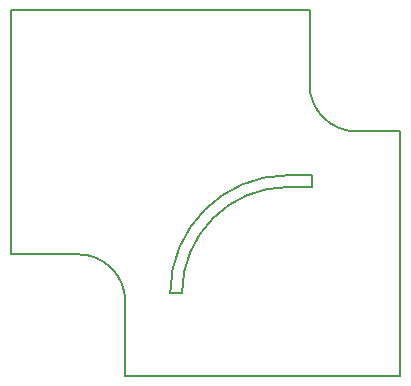
<source format=gbr>
G04 #@! TF.FileFunction,Profile,NP*
%FSLAX46Y46*%
G04 Gerber Fmt 4.6, Leading zero omitted, Abs format (unit mm)*
G04 Created by KiCad (PCBNEW 4.0.7) date 10/05/18 13:25:49*
%MOMM*%
%LPD*%
G01*
G04 APERTURE LIST*
%ADD10C,0.100000*%
%ADD11C,0.150000*%
G04 APERTURE END LIST*
D10*
D11*
X135500000Y-110000000D02*
X133500000Y-110000000D01*
X135500000Y-109000000D02*
X135500000Y-110000000D01*
X133500000Y-109000000D02*
X135500000Y-109000000D01*
X123500000Y-119000000D02*
X124500000Y-119000000D01*
X133500000Y-109000000D02*
G75*
G03X123500000Y-119000000I0J-10000000D01*
G01*
X133500000Y-110000000D02*
G75*
G03X124500000Y-119000000I0J-9000000D01*
G01*
X139300000Y-105300000D02*
X143000000Y-105300000D01*
X135300000Y-101300000D02*
X135300000Y-95000000D01*
X115700000Y-115700000D02*
X110000000Y-115700000D01*
X119700000Y-119700000D02*
X119700000Y-126000000D01*
X119700000Y-119700000D02*
G75*
G03X115700000Y-115700000I-4000000J0D01*
G01*
X135300000Y-101300000D02*
G75*
G03X139300000Y-105300000I4000000J0D01*
G01*
X143000000Y-126000000D02*
X119700000Y-126000000D01*
X143000000Y-105300000D02*
X143000000Y-126000000D01*
X110000000Y-95000000D02*
X135300000Y-95000000D01*
X110000000Y-115700000D02*
X110000000Y-95000000D01*
M02*

</source>
